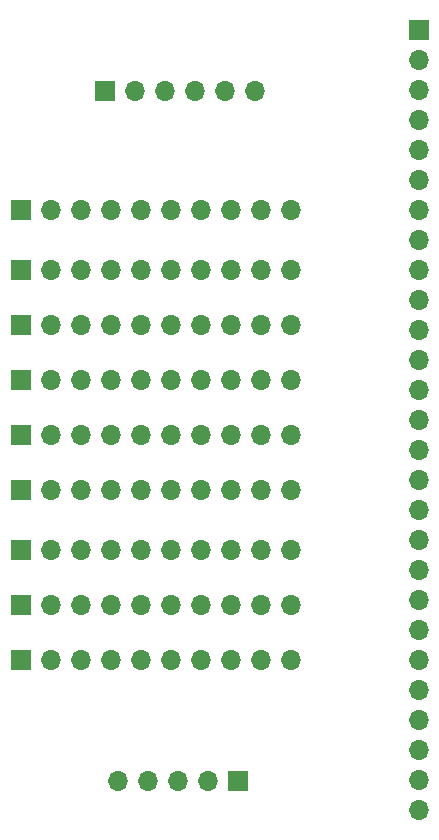
<source format=gts>
%TF.GenerationSoftware,KiCad,Pcbnew,(6.0.7)*%
%TF.CreationDate,2022-11-21T17:26:44-05:00*%
%TF.ProjectId,upper_v3,75707065-725f-4763-932e-6b696361645f,rev?*%
%TF.SameCoordinates,Original*%
%TF.FileFunction,Soldermask,Top*%
%TF.FilePolarity,Negative*%
%FSLAX46Y46*%
G04 Gerber Fmt 4.6, Leading zero omitted, Abs format (unit mm)*
G04 Created by KiCad (PCBNEW (6.0.7)) date 2022-11-21 17:26:44*
%MOMM*%
%LPD*%
G01*
G04 APERTURE LIST*
%ADD10R,1.700000X1.700000*%
%ADD11O,1.700000X1.700000*%
G04 APERTURE END LIST*
D10*
%TO.C,J2*%
X119380000Y-73660000D03*
D11*
X121920000Y-73660000D03*
X124460000Y-73660000D03*
X127000000Y-73660000D03*
X129540000Y-73660000D03*
X132080000Y-73660000D03*
X134620000Y-73660000D03*
X137160000Y-73660000D03*
X139700000Y-73660000D03*
X142240000Y-73660000D03*
%TD*%
D10*
%TO.C,J10*%
X119380000Y-111760000D03*
D11*
X121920000Y-111760000D03*
X124460000Y-111760000D03*
X127000000Y-111760000D03*
X129540000Y-111760000D03*
X132080000Y-111760000D03*
X134620000Y-111760000D03*
X137160000Y-111760000D03*
X139700000Y-111760000D03*
X142240000Y-111760000D03*
%TD*%
D10*
%TO.C,J5*%
X119380000Y-78740000D03*
D11*
X121920000Y-78740000D03*
X124460000Y-78740000D03*
X127000000Y-78740000D03*
X129540000Y-78740000D03*
X132080000Y-78740000D03*
X134620000Y-78740000D03*
X137160000Y-78740000D03*
X139700000Y-78740000D03*
X142240000Y-78740000D03*
%TD*%
D10*
%TO.C,J11*%
X119380000Y-107110000D03*
D11*
X121920000Y-107110000D03*
X124460000Y-107110000D03*
X127000000Y-107110000D03*
X129540000Y-107110000D03*
X132080000Y-107110000D03*
X134620000Y-107110000D03*
X137160000Y-107110000D03*
X139700000Y-107110000D03*
X142240000Y-107110000D03*
%TD*%
D10*
%TO.C,J3*%
X126575000Y-63575000D03*
D11*
X129115000Y-63575000D03*
X131655000Y-63575000D03*
X134195000Y-63575000D03*
X136735000Y-63575000D03*
X139275000Y-63575000D03*
%TD*%
D10*
%TO.C,J7*%
X119380000Y-88040000D03*
D11*
X121920000Y-88040000D03*
X124460000Y-88040000D03*
X127000000Y-88040000D03*
X129540000Y-88040000D03*
X132080000Y-88040000D03*
X134620000Y-88040000D03*
X137160000Y-88040000D03*
X139700000Y-88040000D03*
X142240000Y-88040000D03*
%TD*%
D10*
%TO.C,J6*%
X119380000Y-97340000D03*
D11*
X121920000Y-97340000D03*
X124460000Y-97340000D03*
X127000000Y-97340000D03*
X129540000Y-97340000D03*
X132080000Y-97340000D03*
X134620000Y-97340000D03*
X137160000Y-97340000D03*
X139700000Y-97340000D03*
X142240000Y-97340000D03*
%TD*%
D10*
%TO.C,J1*%
X153105000Y-58415000D03*
D11*
X153105000Y-60955000D03*
X153105000Y-63495000D03*
X153105000Y-66035000D03*
X153105000Y-68575000D03*
X153105000Y-71115000D03*
X153105000Y-73655000D03*
X153105000Y-76195000D03*
X153105000Y-78735000D03*
X153105000Y-81275000D03*
X153105000Y-83815000D03*
X153105000Y-86355000D03*
X153105000Y-88895000D03*
X153105000Y-91435000D03*
X153105000Y-93975000D03*
X153105000Y-96515000D03*
X153105000Y-99055000D03*
X153105000Y-101595000D03*
X153105000Y-104135000D03*
X153105000Y-106675000D03*
X153105000Y-109215000D03*
X153105000Y-111755000D03*
X153105000Y-114295000D03*
X153105000Y-116835000D03*
X153105000Y-119375000D03*
X153105000Y-121915000D03*
X153105000Y-124455000D03*
%TD*%
D10*
%TO.C,J9*%
X119380000Y-92690000D03*
D11*
X121920000Y-92690000D03*
X124460000Y-92690000D03*
X127000000Y-92690000D03*
X129540000Y-92690000D03*
X132080000Y-92690000D03*
X134620000Y-92690000D03*
X137160000Y-92690000D03*
X139700000Y-92690000D03*
X142240000Y-92690000D03*
%TD*%
D10*
%TO.C,J4*%
X137800000Y-122000000D03*
D11*
X135260000Y-122000000D03*
X132720000Y-122000000D03*
X130180000Y-122000000D03*
X127640000Y-122000000D03*
%TD*%
D10*
%TO.C,J12*%
X119380000Y-102460000D03*
D11*
X121920000Y-102460000D03*
X124460000Y-102460000D03*
X127000000Y-102460000D03*
X129540000Y-102460000D03*
X132080000Y-102460000D03*
X134620000Y-102460000D03*
X137160000Y-102460000D03*
X139700000Y-102460000D03*
X142240000Y-102460000D03*
%TD*%
D10*
%TO.C,J8*%
X119380000Y-83390000D03*
D11*
X121920000Y-83390000D03*
X124460000Y-83390000D03*
X127000000Y-83390000D03*
X129540000Y-83390000D03*
X132080000Y-83390000D03*
X134620000Y-83390000D03*
X137160000Y-83390000D03*
X139700000Y-83390000D03*
X142240000Y-83390000D03*
%TD*%
M02*

</source>
